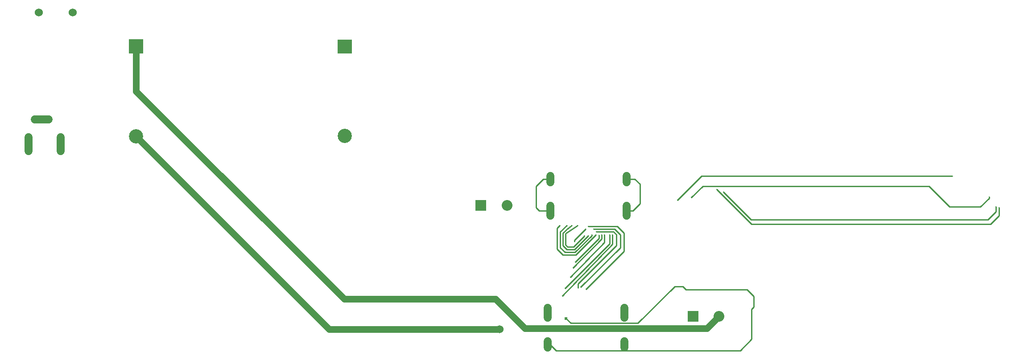
<source format=gbl>
G04 Layer: BottomLayer*
G04 EasyEDA v6.4.7, 2020-11-20T21:23:31--3:00*
G04 eeb6c147a42f4a1294c753b82ad487c9,09237c92188f4bc9b643e288e8680b3c,10*
G04 Gerber Generator version 0.2*
G04 Scale: 100 percent, Rotated: No, Reflected: No *
G04 Dimensions in millimeters *
G04 leading zeros omitted , absolute positions ,3 integer and 3 decimal *
%FSLAX33Y33*%
%MOMM*%
G90*
D02*

%ADD11C,0.259994*%
%ADD12C,1.270000*%
%ADD14C,0.609600*%
%ADD17C,1.524000*%
%ADD18C,0.200000*%
%ADD19C,2.700020*%
%ADD21R,2.032000X2.032000*%
%ADD22C,2.032000*%
%ADD23C,1.499997*%

%LPD*%
G54D11*
G01X102275Y33598D02*
G01X100908Y33598D01*
G01X99568Y32258D01*
G01X99568Y28194D01*
G01X100162Y27599D01*
G01X102275Y27599D01*
G01X116773Y27599D02*
G01X117896Y27599D01*
G01X119253Y28956D01*
G01X119253Y32639D01*
G01X118293Y33598D01*
G01X116773Y33598D01*
G01X135128Y31115D02*
G01X140335Y25908D01*
G01X185293Y25908D01*
G01X186817Y27432D01*
G01X186817Y28321D01*
G01X133858Y31623D02*
G01X140462Y25019D01*
G01X185801Y25019D01*
G01X187452Y26670D01*
G01X187452Y28194D01*
G01X129032Y30099D02*
G01X131191Y32258D01*
G01X174117Y32258D01*
G01X178054Y28321D01*
G01X183896Y28321D01*
G01X185547Y29972D01*
G01X185547Y30226D01*
G01X126365Y29591D02*
G01X130937Y34163D01*
G01X178562Y34163D01*
G54D12*
G01X134315Y7493D02*
G01X132029Y5207D01*
G01X97409Y5207D01*
G01X91821Y10795D01*
G01X63119Y10795D01*
G01X23647Y50266D01*
G01X23647Y58858D01*
G01X92583Y5080D02*
G01X60314Y5080D01*
G01X23616Y41777D01*
G54D11*
G01X106042Y14986D02*
G01X106042Y14986D01*
G01X112522Y21590D01*
G01X112522Y22987D01*
G01X106553Y16764D02*
G01X112014Y22225D01*
G01X112014Y22987D01*
G01X104541Y11396D02*
G01X104541Y11396D01*
G01X114046Y21209D01*
G01X114046Y22987D01*
G01X105029Y12827D02*
G01X113538Y21336D01*
G01X113538Y22987D01*
G01X111523Y22970D02*
G01X111523Y22369D01*
G01X107043Y17889D01*
G01X108041Y13081D02*
G01X115570Y20609D01*
G01X115570Y22987D01*
G01X114427Y24130D01*
G01X110490Y24130D01*
G01X109042Y12700D02*
G01X116205Y19862D01*
G01X116205Y23368D01*
G01X114935Y24638D01*
G01X109474Y24638D01*
G01X107543Y12954D02*
G01X107543Y13690D01*
G01X114808Y20955D01*
G01X114808Y23114D01*
G01X114808Y23114D01*
G01X114212Y23622D01*
G01X110998Y23622D01*
G01X110871Y22987D02*
G01X107061Y19177D01*
G01X104648Y19177D01*
G01X103505Y20320D01*
G01X103505Y24264D01*
G01X104015Y24767D01*
G01X104013Y24765D01*
G01X110109Y22987D02*
G01X110109Y22860D01*
G01X106934Y19685D01*
G01X105029Y19685D01*
G01X104140Y20574D01*
G01X104140Y23622D01*
G01X105410Y24765D01*
G01X109474Y22860D02*
G01X106807Y20193D01*
G01X105410Y20193D01*
G01X104648Y20955D01*
G01X104648Y23368D01*
G01X105664Y24257D01*
G01X106299Y24765D01*
G01X108712Y22860D02*
G01X108712Y22733D01*
G01X106680Y20701D01*
G01X105537Y20701D01*
G01X105156Y21082D01*
G01X105156Y23241D01*
G01X106426Y24130D01*
G01X107442Y24765D01*
G01X106807Y21717D02*
G01X106807Y21971D01*
G01X108966Y24130D01*
G01X105254Y7112D02*
G01X106143Y6223D01*
G01X118872Y6223D01*
G01X125857Y13208D01*
G01X127381Y13208D01*
G01X128016Y12573D01*
G01X139573Y12573D01*
G01X140843Y11303D01*
G01X140843Y9271D01*
G01X140462Y8890D01*
G01X140462Y3175D01*
G01X138303Y1016D01*
G01X103378Y1016D01*
G01X102178Y2215D01*
G01X101793Y2215D01*
G01X104541Y11396D03*
G54D17*
G01X92583Y5080D03*
G54D11*
G01X126365Y29591D03*
G54D18*
G01X178562Y34163D03*
G54D11*
G01X187452Y28194D03*
G01X185547Y30226D03*
G01X135128Y31115D03*
G01X133858Y31623D03*
G01X186817Y28321D03*
G54D19*
G01X23616Y41777D03*
G36*
G01X22297Y60208D02*
G01X24997Y60208D01*
G01X24997Y57509D01*
G01X22297Y57509D01*
G01X22297Y60208D01*
G37*
G36*
G01X61895Y60149D02*
G01X64595Y60149D01*
G01X64595Y57449D01*
G01X61895Y57449D01*
G01X61895Y60149D01*
G37*
G01X63246Y41783D03*
G54D21*
G01X89077Y28575D03*
G54D22*
G01X94056Y28575D03*
G54D21*
G01X129336Y7493D03*
G54D22*
G01X134315Y7493D03*
G54D17*
G01X5132Y65278D03*
G01X11631Y65278D03*
G54D11*
G01X107043Y17889D03*
G01X111523Y22970D03*
G01X112014Y22987D03*
G01X112522Y22987D03*
G01X106042Y14986D03*
G01X106553Y16764D03*
G01X113538Y22987D03*
G01X105029Y12827D03*
G01X114046Y22987D03*
G01X129032Y30099D03*
G01X107543Y12954D03*
G01X108041Y13081D03*
G01X109042Y12700D03*
G01X110998Y23622D03*
G01X110490Y24130D03*
G01X109474Y24638D03*
G01X110871Y22987D03*
G01X110109Y22987D03*
G01X104013Y24765D03*
G01X105410Y24765D03*
G01X109474Y22860D03*
G01X108712Y22860D03*
G01X106807Y21717D03*
G01X108966Y24130D03*
G01X107442Y24765D03*
G01X106299Y24765D03*
G54D14*
G01X105254Y7112D03*
G54D23*
G01X116291Y2815D02*
G01X116291Y1615D01*
G01X101793Y2815D02*
G01X101793Y1615D01*
G01X116291Y9114D02*
G01X116291Y7314D01*
G01X101793Y9114D02*
G01X101793Y7314D01*
G01X102275Y32998D02*
G01X102275Y34198D01*
G01X116773Y32998D02*
G01X116773Y34198D01*
G01X102275Y26699D02*
G01X102275Y28499D01*
G01X116773Y26699D02*
G01X116773Y28499D01*
G01X9271Y38908D02*
G01X9271Y41608D01*
G01X3175Y38908D02*
G01X3175Y41608D01*
G01X7065Y44958D02*
G01X4365Y44958D01*
M00*
M02*

</source>
